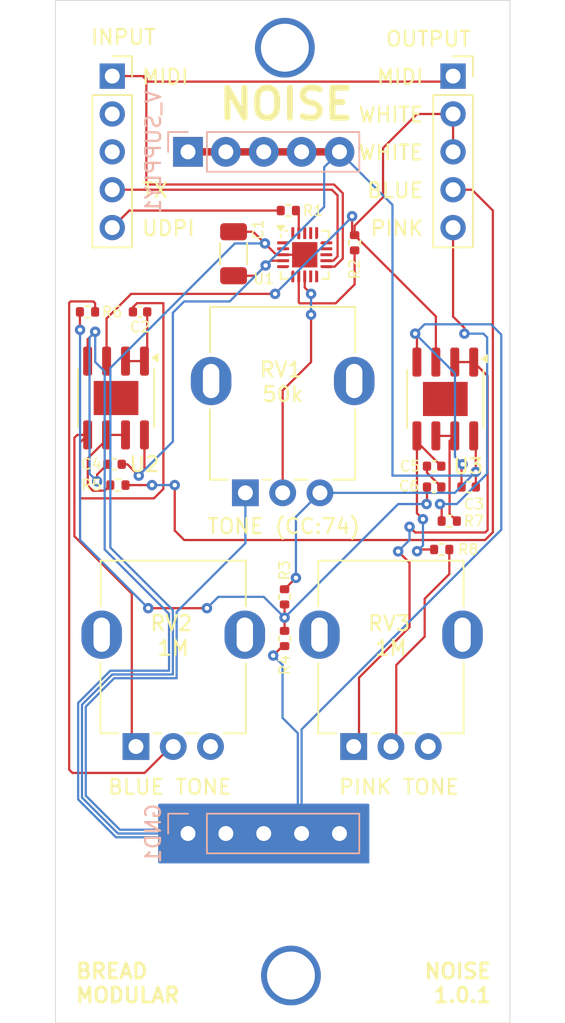
<source format=kicad_pcb>
(kicad_pcb (version 20240108) (generator "pcbnew") (generator_version "8.0")
  (layers (0 "F.Cu" signal) (31 "B.Cu" signal) (34 "B.Paste" user) (35 "F.Paste" user) (36 "B.SilkS" user "B.Silkscreen") (37 "F.SilkS" user "F.Silkscreen") (38 "B.Mask" user) (39 "F.Mask" user) (44 "Edge.Cuts" user))
  (net 0 "")
  (net 1 "GND")
  (net 3 "Net-(U2B-+)")
  (net 4 "Net-(U2A--)")
  (net 6 "Net-(U3B-+)")
  (net 7 "Net-(C5-Pad1)")
  (net 8 "V_MID")
  (net 9 "TX")
  (net 10 "MIDI")
  (net 11 "UDPI")
  (net 12 "V_SUPPLY")
  (net 13 "BLUE_NOISE")
  (net 14 "WHITE_NOISE")
  (net 15 "PINK_NOISE")
  (net 16 "Net-(U1-~{RESET}{slash}PA0)")
  (net 17 "Net-(U1-PA6)")
  (net 18 "Net-(U2B--)")
  (net 19 "Net-(R6-Pad1)")
  (net 20 "Net-(U3B--)")
  (net 21 "Net-(R8-Pad1)")
  (net 22 "Net-(U1-PA7)")
  (net 24 "Net-(U3A--)")
  (footprint "BreadModular_Pots:Potentiometer_RV09" (layer "F.Cu") (at 62.357 66.678)
    (property "Reference" "RV1" (at -0.254 -1.27 0) (layer "F.SilkS"))
    (property "Value" "50k" (at -0.127 0.381 0) (layer "F.SilkS"))
    (pad "" thru_hole oval (at -4.927 -0.508 180) (size 2.72 3.24) (drill oval 1.1 2.3) (layers "*.Cu" "*.Mask"))
    (pad "" thru_hole oval (at 4.673 -0.508 180) (size 2.72 3.24) (drill oval 1.1 2.3) (layers "*.Cu" "*.Mask"))
    (pad "1" thru_hole rect (at -2.627 6.992 180) (size 1.8 1.8) (drill 1) (layers "*.Cu" "*.Mask") (net 1 "GND"))
    (pad "2" thru_hole circle (at -0.127 6.992 180) (size 1.8 1.8) (drill 1) (layers "*.Cu" "*.Mask") (net 22 "Net-(U1-PA7)"))
    (pad "3" thru_hole circle (at 2.373 6.992 180) (size 1.8 1.8) (drill 1) (layers "*.Cu" "*.Mask") (net 12 "V_SUPPLY"))
  )
  (footprint "BreadModular_Pots:Potentiometer_RV09" (layer "F.Cu") (at 69.622 83.693)
    (property "Reference" "RV3" (at -0.254 -1.27 0) (layer "F.SilkS"))
    (property "Value" "1M" (at -0.127 0.381 0) (layer "F.SilkS"))
    (pad "" thru_hole oval (at -4.927 -0.508 180) (size 2.72 3.24) (drill oval 1.1 2.3) (layers "*.Cu" "*.Mask"))
    (pad "" thru_hole oval (at 4.673 -0.508 180) (size 2.72 3.24) (drill oval 1.1 2.3) (layers "*.Cu" "*.Mask"))
    (pad "1" thru_hole rect (at -2.627 6.992 180) (size 1.8 1.8) (drill 1) (layers "*.Cu" "*.Mask") (net 24 "Net-(U3A--)"))
    (pad "2" thru_hole circle (at -0.127 6.992 180) (size 1.8 1.8) (drill 1) (layers "*.Cu" "*.Mask") (net 21 "Net-(R8-Pad1)"))
    (pad "3" thru_hole circle (at 2.373 6.992 180) (size 1.8 1.8) (drill 1) (layers "*.Cu" "*.Mask"))
  )
  (footprint "Resistor_SMD:R_0402_1005Metric" (layer "F.Cu") (at 73.404 75.565 180)
    (property "Reference" "R7" (at -1.651 0 0) (layer "F.SilkS") (effects (font (size 0.7 0.7) (thickness 0.1))))
    (property "Value" "1k")
    (pad "1" smd roundrect (at -0.51 0 180) (size 0.54 0.64) (layers "F.Cu" "F.Paste" "F.Mask") (net 20 "Net-(U3B--)"))
    (pad "2" smd roundrect (at 0.51 0 180) (size 0.54 0.64) (layers "F.Cu" "F.Paste" "F.Mask") (net 15 "PINK_NOISE"))
  )
  (footprint "Capacitor_SMD:C_0402_1005Metric" (layer "F.Cu") (at 72.39 73.279)
    (property "Reference" "C6" (at -1.679 -0.065 0) (layer "F.SilkS") (effects (font (size 0.7 0.7) (thickness 0.1))))
    (property "Value" "10nf")
    (pad "1" smd roundrect (at -0.48 0) (size 0.56 0.62) (layers "F.Cu" "F.Paste" "F.Mask") (net 8 "V_MID"))
    (pad "2" smd roundrect (at 0.48 0) (size 0.56 0.62) (layers "F.Cu" "F.Paste" "F.Mask") (net 7 "Net-(C5-Pad1)"))
  )
  (footprint "Package_SO:SOIC-8-1EP_3.9x4.9mm_P1.27mm_EP2.29x3mm" (layer "F.Cu") (at 51.054 67.31 -90)
    (property "Reference" "U2" (at 4.445 -1.905 0) (layer "F.SilkS"))
    (property "Value" "MCP6002-xSN")
    (pad "1" smd roundrect (at -2.475 -1.905 270) (size 1.95 0.6) (layers "F.Cu" "F.Paste" "F.Mask") (net 4 "Net-(U2A--)"))
    (pad "2" smd roundrect (at -2.475 -0.635 270) (size 1.95 0.6) (layers "F.Cu" "F.Paste" "F.Mask") (net 4 "Net-(U2A--)"))
    (pad "3" smd roundrect (at -2.475 0.635 270) (size 1.95 0.6) (layers "F.Cu" "F.Paste" "F.Mask") (net 14 "WHITE_NOISE"))
    (pad "4" smd roundrect (at -2.475 1.905 270) (size 1.95 0.6) (layers "F.Cu" "F.Paste" "F.Mask") (net 1 "GND"))
    (pad "5" smd roundrect (at 2.475 1.905 270) (size 1.95 0.6) (layers "F.Cu" "F.Paste" "F.Mask") (net 3 "Net-(U2B-+)"))
    (pad "6" smd roundrect (at 2.475 0.635 270) (size 1.95 0.6) (layers "F.Cu" "F.Paste" "F.Mask") (net 18 "Net-(U2B--)"))
    (pad "7" smd roundrect (at 2.475 -0.635 270) (size 1.95 0.6) (layers "F.Cu" "F.Paste" "F.Mask") (net 18 "Net-(U2B--)"))
    (pad "8" smd roundrect (at 2.475 -1.905 270) (size 1.95 0.6) (layers "F.Cu" "F.Paste" "F.Mask") (net 12 "V_SUPPLY"))
    (pad "9" smd rect (at 0 0 270) (size 2.29 3) (property pad_prop_heatsink) (layers "F.Cu" "F.Mask"))
  )
  (footprint "Resistor_SMD:R_0402_1005Metric" (layer "F.Cu") (at 62.609 54.737 180)
    (property "Reference" "R1" (at -1.653 0 0) (layer "F.SilkS") (effects (font (size 0.7 0.7) (thickness 0.1))))
    (property "Value" "4.7k")
    (pad "1" smd roundrect (at -0.51 0 180) (size 0.54 0.64) (layers "F.Cu" "F.Paste" "F.Mask") (net 16 "Net-(U1-~{RESET}{slash}PA0)"))
    (pad "2" smd roundrect (at 0.51 0 180) (size 0.54 0.64) (layers "F.Cu" "F.Paste" "F.Mask") (net 11 "UDPI"))
  )
  (footprint "Capacitor_SMD:C_0402_1005Metric" (layer "F.Cu") (at 74.704 73.279)
    (property "Reference" "C3" (at 0.353 1.143 0) (layer "F.SilkS") (effects (font (size 0.7 0.7) (thickness 0.1))))
    (property "Value" "100nf")
    (pad "1" smd roundrect (at -0.48 0) (size 0.56 0.62) (layers "F.Cu" "F.Paste" "F.Mask") (net 1 "GND"))
    (pad "2" smd roundrect (at 0.48 0) (size 0.56 0.62) (layers "F.Cu" "F.Paste" "F.Mask") (net 12 "V_SUPPLY"))
  )
  (footprint "Capacitor_SMD:C_0402_1005Metric" (layer "F.Cu") (at 72.39 71.882)
    (property "Reference" "C5" (at -1.623 0 0) (layer "F.SilkS") (effects (font (size 0.7 0.7) (thickness 0.1))))
    (property "Value" "10nf")
    (pad "1" smd roundrect (at -0.48 0) (size 0.56 0.62) (layers "F.Cu" "F.Paste" "F.Mask") (net 7 "Net-(C5-Pad1)"))
    (pad "2" smd roundrect (at 0.48 0) (size 0.56 0.62) (layers "F.Cu" "F.Paste" "F.Mask") (net 6 "Net-(U3B-+)"))
  )
  (footprint "Connector_PinSocket_2.54mm:PinSocket_1x05_P2.54mm_Vertical" (layer "F.Cu") (at 50.8 45.72)
    (property "Reference" "INPUT1")
    (property "Value" "Conn_01x05_Socket")
    (pad "1" thru_hole rect (at 0 0) (size 1.7 1.7) (drill 1) (layers "*.Cu" "*.Mask") (net 10 "MIDI"))
    (pad "2" thru_hole oval (at 0 2.54) (size 1.7 1.7) (drill 1) (layers "*.Cu" "*.Mask"))
    (pad "3" thru_hole oval (at 0 5.08) (size 1.7 1.7) (drill 1) (layers "*.Cu" "*.Mask"))
    (pad "4" thru_hole oval (at 0 7.62) (size 1.7 1.7) (drill 1) (layers "*.Cu" "*.Mask") (net 9 "TX"))
    (pad "5" thru_hole oval (at 0 10.16) (size 1.7 1.7) (drill 1) (layers "*.Cu" "*.Mask") (net 11 "UDPI"))
  )
  (footprint "Package_DFN_QFN:VQFN-20-1EP_3x3mm_P0.4mm_EP1.7x1.7mm" (layer "F.Cu") (at 63.71 57.702)
    (property "Reference" "U1" (at -2.75 1.607 0) (layer "F.SilkS") (effects (font (size 0.7 0.7) (thickness 0.1))))
    (property "Value" "ATtiny1616-M")
    (pad "1" smd custom (at -1.45 -0.8) (size 0.143431 0.143431) (layers "F.Cu" "F.Paste" "F.Mask") (options (clearance outline) (anchor circle)) (primitives (gr_poly (pts (xy -0.35 -0.05) (xy 0.299289 -0.05) (xy 0.35 0.000711) (xy 0.35 0.05) (xy -0.35 0.05)) (width 0.1) (fill yes))))
    (pad "2" smd roundrect (at -1.45 -0.4) (size 0.8 0.2) (layers "F.Cu" "F.Paste" "F.Mask"))
    (pad "3" smd roundrect (at -1.45 0) (size 0.8 0.2) (layers "F.Cu" "F.Paste" "F.Mask") (net 1 "GND"))
    (pad "4" smd roundrect (at -1.45 0.4) (size 0.8 0.2) (layers "F.Cu" "F.Paste" "F.Mask") (net 12 "V_SUPPLY"))
    (pad "5" smd custom (at -1.45 0.8) (size 0.143431 0.143431) (layers "F.Cu" "F.Paste" "F.Mask") (options (clearance outline) (anchor circle)) (primitives (gr_poly (pts (xy -0.35 -0.05) (xy 0.35 -0.05) (xy 0.35 -0.000711) (xy 0.299289 0.05) (xy -0.35 0.05)) (width 0.1) (fill yes))))
    (pad "6" smd custom (at -0.8 1.45) (size 0.143431 0.143431) (layers "F.Cu" "F.Paste" "F.Mask") (options (clearance outline) (anchor circle)) (primitives (gr_poly (pts (xy -0.05 -0.299289) (xy 0.000711 -0.35) (xy 0.05 -0.35) (xy 0.05 0.35) (xy -0.05 0.35)) (width 0.1) (fill yes))))
    (pad "7" smd roundrect (at -0.4 1.45) (size 0.2 0.8) (layers "F.Cu" "F.Paste" "F.Mask") (net 17 "Net-(U1-PA6)"))
    (pad "8" smd roundrect (at 0 1.45) (size 0.2 0.8) (layers "F.Cu" "F.Paste" "F.Mask") (net 22 "Net-(U1-PA7)"))
    (pad "9" smd roundrect (at 0.4 1.45) (size 0.2 0.8) (layers "F.Cu" "F.Paste" "F.Mask"))
    (pad "10" smd custom (at 0.8 1.45) (size 0.143431 0.143431) (layers "F.Cu" "F.Paste" "F.Mask") (options (clearance outline) (anchor circle)) (primitives (gr_poly (pts (xy -0.05 -0.35) (xy -0.000711 -0.35) (xy 0.05 -0.299289) (xy 0.05 0.35) (xy -0.05 0.35)) (width 0.1) (fill yes))))
    (pad "11" smd custom (at 1.45 0.8) (size 0.143431 0.143431) (layers "F.Cu" "F.Paste" "F.Mask") (net 10 "MIDI") (options (clearance outline) (anchor circle)) (primitives (gr_poly (pts (xy -0.35 -0.05) (xy 0.35 -0.05) (xy 0.35 0.05) (xy -0.299289 0.05) (xy -0.35 -0.000711)) (width 0.1) (fill yes))))
    (pad "12" smd roundrect (at 1.45 0.4) (size 0.8 0.2) (layers "F.Cu" "F.Paste" "F.Mask") (net 9 "TX"))
    (pad "13" smd roundrect (at 1.45 0) (size 0.8 0.2) (layers "F.Cu" "F.Paste" "F.Mask"))
    (pad "14" smd roundrect (at 1.45 -0.4) (size 0.8 0.2) (layers "F.Cu" "F.Paste" "F.Mask"))
    (pad "15" smd custom (at 1.45 -0.8) (size 0.143431 0.143431) (layers "F.Cu" "F.Paste" "F.Mask") (options (clearance outline) (anchor circle)) (primitives (gr_poly (pts (xy -0.35 0.000711) (xy -0.299289 -0.05) (xy 0.35 -0.05) (xy 0.35 0.05) (xy -0.35 0.05)) (width 0.1) (fill yes))))
    (pad "16" smd custom (at 0.8 -1.45) (size 0.143431 0.143431) (layers "F.Cu" "F.Paste" "F.Mask") (options (clearance outline) (anchor circle)) (primitives (gr_poly (pts (xy -0.05 -0.35) (xy 0.05 -0.35) (xy 0.05 0.299289) (xy -0.000711 0.35) (xy -0.05 0.35)) (width 0.1) (fill yes))))
    (pad "17" smd roundrect (at 0.4 -1.45) (size 0.2 0.8) (layers "F.Cu" "F.Paste" "F.Mask"))
    (pad "18" smd roundrect (at 0 -1.45) (size 0.2 0.8) (layers "F.Cu" "F.Paste" "F.Mask"))
    (pad "19" smd roundrect (at -0.4 -1.45) (size 0.2 0.8) (layers "F.Cu" "F.Paste" "F.Mask") (net 16 "Net-(U1-~{RESET}{slash}PA0)"))
    (pad "20" smd custom (at -0.8 -1.45) (size 0.143431 0.143431) (layers "F.Cu" "F.Paste" "F.Mask") (options (clearance outline) (anchor circle)) (primitives (gr_poly (pts (xy -0.05 -0.35) (xy 0.05 -0.35) (xy 0.05 0.35) (xy 0.000711 0.35) (xy -0.05 0.299289)) (width 0.1) (fill yes))))
    (pad "21" smd rect (at 0 0) (size 1.7 1.7) (property pad_prop_heatsink) (layers "F.Cu" "F.Mask") (net 1 "GND"))
  )
  (footprint "Capacitor_SMD:C_0402_1005Metric" (layer "F.Cu") (at 52.665 61.533 180)
    (property "Reference" "C2" (at 0 -1.016 0) (layer "F.SilkS") (effects (font (size 0.7 0.7) (thickness 0.1))))
    (property "Value" "100pf")
    (pad "1" smd roundrect (at -0.48 0 180) (size 0.56 0.62) (layers "F.Cu" "F.Paste" "F.Mask") (net 4 "Net-(U2A--)"))
    (pad "2" smd roundrect (at 0.48 0 180) (size 0.56 0.62) (layers "F.Cu" "F.Paste" "F.Mask") (net 3 "Net-(U2B-+)"))
  )
  (footprint "Resistor_SMD:R_0402_1005Metric" (layer "F.Cu") (at 62.357 83.439 -90)
    (property "Reference" "R4" (at 1.778 0 90) (layer "F.SilkS") (effects (font (size 0.7 0.7) (thickness 0.1))))
    (property "Value" "1k")
    (pad "1" smd roundrect (at -0.51 0 270) (size 0.54 0.64) (layers "F.Cu" "F.Paste" "F.Mask") (net 8 "V_MID"))
    (pad "2" smd roundrect (at 0.51 0 270) (size 0.54 0.64) (layers "F.Cu" "F.Paste" "F.Mask") (net 1 "GND"))
  )
  (footprint "Resistor_SMD:R_0402_1005Metric" (layer "F.Cu") (at 49.139 61.533 180)
    (property "Reference" "R6" (at -1.649 0 0) (layer "F.SilkS") (effects (font (size 0.7 0.7) (thickness 0.1))))
    (property "Value" "330")
    (pad "1" smd roundrect (at -0.51 0 180) (size 0.54 0.64) (layers "F.Cu" "F.Paste" "F.Mask") (net 19 "Net-(R6-Pad1)"))
    (pad "2" smd roundrect (at 0.51 0 180) (size 0.54 0.64) (layers "F.Cu" "F.Paste" "F.Mask") (net 8 "V_MID"))
  )
  (footprint "Capacitor_SMD:C_1206_3216Metric" (layer "F.Cu") (at 58.937 57.634 -90)
    (property "Reference" "C1" (at -1.627 -1.642 90) (layer "F.SilkS") (effects (font (size 0.7 0.7) (thickness 0.1))))
    (property "Value" "100uf")
    (pad "1" smd roundrect (at -1.475 0 270) (size 1.15 1.8) (layers "F.Cu" "F.Paste" "F.Mask") (roundrect_rratio 0.217391) (net 1 "GND"))
    (pad "2" smd roundrect (at 1.475 0 270) (size 1.15 1.8) (layers "F.Cu" "F.Paste" "F.Mask") (roundrect_rratio 0.217391) (net 12 "V_SUPPLY"))
  )
  (footprint "Resistor_SMD:R_0402_1005Metric" (layer "F.Cu") (at 72.898 77.47 180)
    (property "Reference" "R8" (at -1.778 0 0) (layer "F.SilkS") (effects (font (size 0.7 0.7) (thickness 0.1))))
    (property "Value" "22k")
    (pad "1" smd roundrect (at -0.51 0 180) (size 0.54 0.64) (layers "F.Cu" "F.Paste" "F.Mask") (net 21 "Net-(R8-Pad1)"))
    (pad "2" smd roundrect (at 0.51 0 180) (size 0.54 0.64) (layers "F.Cu" "F.Paste" "F.Mask") (net 6 "Net-(U3B-+)"))
  )
  (footprint "Capacitor_SMD:C_0402_1005Metric" (layer "F.Cu") (at 50.955 71.755)
    (property "Reference" "C4" (at -1.552 0 0) (layer "F.SilkS") (effects (font (size 0.7 0.7) (thickness 0.1))))
    (property "Value" "100nf")
    (pad "1" smd roundrect (at -0.48 0) (size 0.56 0.62) (layers "F.Cu" "F.Paste" "F.Mask") (net 1 "GND"))
    (pad "2" smd roundrect (at 0.48 0) (size 0.56 0.62) (layers "F.Cu" "F.Paste" "F.Mask") (net 12 "V_SUPPLY"))
  )
  (footprint "Package_SO:SOIC-8-1EP_3.9x4.9mm_P1.27mm_EP2.29x3mm" (layer "F.Cu") (at 73.14 67.375 -90)
    (property "Reference" "U3" (at 4.507 -1.536 0) (layer "F.SilkS"))
    (property "Value" "MCP6002-xSN")
    (pad "1" smd roundrect (at -2.475 -1.905 270) (size 1.95 0.6) (layers "F.Cu" "F.Paste" "F.Mask") (net 24 "Net-(U3A--)"))
    (pad "2" smd roundrect (at -2.475 -0.635 270) (size 1.95 0.6) (layers "F.Cu" "F.Paste" "F.Mask") (net 24 "Net-(U3A--)"))
    (pad "3" smd roundrect (at -2.475 0.635 270) (size 1.95 0.6) (layers "F.Cu" "F.Paste" "F.Mask") (net 14 "WHITE_NOISE"))
    (pad "4" smd roundrect (at -2.475 1.905 270) (size 1.95 0.6) (layers "F.Cu" "F.Paste" "F.Mask") (net 1 "GND"))
    (pad "5" smd roundrect (at 2.475 1.905 270) (size 1.95 0.6) (layers "F.Cu" "F.Paste" "F.Mask") (net 6 "Net-(U3B-+)"))
    (pad "6" smd roundrect (at 2.475 0.635 270) (size 1.95 0.6) (layers "F.Cu" "F.Paste" "F.Mask") (net 20 "Net-(U3B--)"))
    (pad "7" smd roundrect (at 2.475 -0.635 270) (size 1.95 0.6) (layers "F.Cu" "F.Paste" "F.Mask") (net 20 "Net-(U3B--)"))
    (pad "8" smd roundrect (at 2.475 -1.905 270) (size 1.95 0.6) (layers "F.Cu" "F.Paste" "F.Mask") (net 12 "V_SUPPLY"))
    (pad "9" smd rect (at 0 0 270) (size 2.29 3) (property pad_prop_heatsink) (layers "F.Cu" "F.Mask"))
  )
  (footprint "Resistor_SMD:R_0402_1005Metric" (layer "F.Cu") (at 51.179 73.152)
    (property "Reference" "R5" (at -1.776 0 0) (layer "F.SilkS") (effects (font (size 0.7 0.7) (thickness 0.1))))
    (property "Value" "1k")
    (pad "1" smd roundrect (at -0.51 0) (size 0.54 0.64) (layers "F.Cu" "F.Paste" "F.Mask") (net 18 "Net-(U2B--)"))
    (pad "2" smd roundrect (at 0.51 0) (size 0.54 0.64) (layers "F.Cu" "F.Paste" "F.Mask") (net 13 "BLUE_NOISE"))
  )
  (footprint "Resistor_SMD:R_0402_1005Metric" (layer "F.Cu") (at 67.056 56.898 90)
    (property "Reference" "R2" (at -1.778 0 90) (layer "F.SilkS") (effects (font (size 0.7 0.7) (thickness 0.1))))
    (property "Value" "1k")
    (pad "1" smd roundrect (at -0.51 0 90) (size 0.54 0.64) (layers "F.Cu" "F.Paste" "F.Mask") (net 17 "Net-(U1-PA6)"))
    (pad "2" smd roundrect (at 0.51 0 90) (size 0.54 0.64) (layers "F.Cu" "F.Paste" "F.Mask") (net 14 "WHITE_NOISE"))
  )
  (footprint "Resistor_SMD:R_0402_1005Metric" (layer "F.Cu") (at 62.357 80.647 -90)
    (property "Reference" "R3" (at -1.78 0 90) (layer "F.SilkS") (effects (font (size 0.7 0.7) (thickness 0.1))))
    (property "Value" "1k")
    (pad "1" smd roundrect (at -0.51 0 270) (size 0.54 0.64) (layers "F.Cu" "F.Paste" "F.Mask") (net 12 "V_SUPPLY"))
    (pad "2" smd roundrect (at 0.51 0 270) (size 0.54 0.64) (layers "F.Cu" "F.Paste" "F.Mask") (net 8 "V_MID"))
  )
  (footprint "Connector_PinSocket_2.54mm:PinSocket_1x05_P2.54mm_Vertical" (layer "F.Cu") (at 73.66 45.72)
    (property "Reference" "OUTPUT1")
    (property "Value" "Conn_01x05_Socket")
    (pad "1" thru_hole rect (at 0 0) (size 1.7 1.7) (drill 1) (layers "*.Cu" "*.Mask") (net 10 "MIDI"))
    (pad "2" thru_hole oval (at 0 2.54) (size 1.7 1.7) (drill 1) (layers "*.Cu" "*.Mask") (net 14 "WHITE_NOISE"))
    (pad "3" thru_hole oval (at 0 5.08) (size 1.7 1.7) (drill 1) (layers "*.Cu" "*.Mask") (net 14 "WHITE_NOISE"))
    (pad "4" thru_hole oval (at 0 7.62) (size 1.7 1.7) (drill 1) (layers "*.Cu" "*.Mask") (net 13 "BLUE_NOISE"))
    (pad "5" thru_hole oval (at 0 10.16) (size 1.7 1.7) (drill 1) (layers "*.Cu" "*.Mask") (net 15 "PINK_NOISE"))
  )
  (footprint "BreadModular_Pots:Potentiometer_RV09" (layer "F.Cu") (at 55.017 83.693)
    (property "Reference" "RV2" (at -0.254 -1.27 0) (layer "F.SilkS"))
    (property "Value" "1M" (at -0.127 0.381 0) (layer "F.SilkS"))
    (pad "" thru_hole oval (at -4.927 -0.508 180) (size 2.72 3.24) (drill oval 1.1 2.3) (layers "*.Cu" "*.Mask"))
    (pad "" thru_hole oval (at 4.673 -0.508 180) (size 2.72 3.24) (drill oval 1.1 2.3) (layers "*.Cu" "*.Mask"))
    (pad "1" thru_hole rect (at -2.627 6.992 180) (size 1.8 1.8) (drill 1) (layers "*.Cu" "*.Mask") (net 3 "Net-(U2B-+)"))
    (pad "2" thru_hole circle (at -0.127 6.992 180) (size 1.8 1.8) (drill 1) (layers "*.Cu" "*.Mask") (net 19 "Net-(R6-Pad1)"))
    (pad "3" thru_hole circle (at 2.373 6.992 180) (size 1.8 1.8) (drill 1) (layers "*.Cu" "*.Mask"))
  )
  (footprint "BreadModular_MISC:Power_Connector" (layer "B.Cu") (at 55.88 50.8 -90)
    (property "Reference" "V_SUPPLY1" (at 0 2.33 90) (layer "B.SilkS") (effects (justify mirror)))
    (property "Value" "Conn_01x05_Pin")
    (pad "1" thru_hole rect (at 0 0 270) (size 2 2) (drill 1) (layers "*.Cu" "*.Mask") (net 12 "V_SUPPLY"))
    (pad "2" thru_hole oval (at 0 -2.54 270) (size 2 2) (drill 1) (layers "*.Cu" "*.Mask") (net 12 "V_SUPPLY"))
    (pad "3" thru_hole oval (at 0 -5.08 270) (size 2 2) (drill 1) (layers "*.Cu" "*.Mask") (net 12 "V_SUPPLY"))
    (pad "4" thru_hole oval (at 0 -7.62 270) (size 2 2) (drill 1) (layers "*.Cu" "*.Mask") (net 12 "V_SUPPLY"))
    (pad "5" thru_hole oval (at 0 -10.16 270) (size 2 2) (drill 1) (layers "*.Cu" "*.Mask") (net 12 "V_SUPPLY"))
  )
  (footprint "BreadModular_MISC:Power_Connector" (layer "B.Cu") (at 55.88 96.52 -90)
    (property "Reference" "GND1" (at 0 2.33 90) (layer "B.SilkS") (effects (justify mirror)))
    (property "Value" "Conn_01x05_Pin")
    (pad "1" thru_hole rect (at 0 0 270) (size 2 2) (drill 1) (layers "*.Cu" "*.Mask") (net 1 "GND"))
    (pad "2" thru_hole oval (at 0 -2.54 270) (size 2 2) (drill 1) (layers "*.Cu" "*.Mask") (net 1 "GND"))
    (pad "3" thru_hole oval (at 0 -5.08 270) (size 2 2) (drill 1) (layers "*.Cu" "*.Mask") (net 1 "GND"))
    (pad "4" thru_hole oval (at 0 -7.62 270) (size 2 2) (drill 1) (layers "*.Cu" "*.Mask") (net 1 "GND"))
    (pad "5" thru_hole oval (at 0 -10.16 270) (size 2 2) (drill 1) (layers "*.Cu" "*.Mask") (net 1 "GND"))
  )
  (gr_poly (pts (xy 53.975 94.615) (xy 67.945 94.615) (xy 67.945 98.425) (xy 53.975 98.425)) (stroke (width 0.2)) (fill solid) (layer "B.Cu") (net 1))
  (gr_line (start 46.99 109.22) (end 77.47 109.22) (stroke (width 0.05)) (layer "Edge.Cuts"))
  (gr_line (start 77.47 40.64) (end 46.99 40.64) (stroke (width 0.05)) (layer "Edge.Cuts"))
  (gr_line (start 46.99 40.64) (end 46.99 109.22) (stroke (width 0.05)) (layer "Edge.Cuts"))
  (gr_line (start 77.47 109.22) (end 77.47 40.64) (stroke (width 0.05)) (layer "Edge.Cuts"))
  (gr_text "UDPI" (at 52.705 56.515 0) (layer "F.SilkS") (effects (font (size 1 1)) (justify left bottom)))
  (gr_text "MIDI" (at 52.705 46.355 0) (layer "F.SilkS") (effects (font (size 1 1)) (justify left bottom)))
  (gr_text "INPUT" (at 49.276 43.688 0) (layer "F.SilkS") (effects (font (size 1 1)) (justify left bottom)))
  (gr_text "PINK" (at 71.755 56.515 0) (layer "F.SilkS") (effects (font (size 1 1)) (justify right bottom)))
  (gr_text "NOISE\n1.0.1" (at 76.327 107.95 0) (layer "F.SilkS") (effects (font (size 1 1) (thickness 0.2) (bold yes)) (justify right bottom)))
  (gr_text "WHITE" (at 71.755 51.435 0) (layer "F.SilkS") (effects (font (size 1 1)) (justify right bottom)))
  (gr_text "NOISE" (at 57.785 48.768 0) (layer "F.SilkS") (effects (font (size 2 2) (thickness 0.4) (bold yes)) (justify left bottom)))
  (gr_text "WHITE" (at 71.755 48.895 0) (layer "F.SilkS") (effects (font (size 1 1)) (justify right bottom)))
  (gr_text "TONE (CC:74)" (at 62.3 76.5 0) (layer "F.SilkS") (effects (font (size 1 1)) (justify bottom)))
  (gr_text "BLUE" (at 71.755 53.975 0) (layer "F.SilkS") (effects (font (size 1 1)) (justify right bottom)))
  (gr_text "TX" (at 52.705 53.975 0) (layer "F.SilkS") (effects (font (size 1 1)) (justify left bottom)))
  (gr_text "MIDI" (at 71.755 46.355 0) (layer "F.SilkS") (effects (font (size 1 1)) (justify right bottom)))
  (gr_text "OUTPUT" (at 74.93 43.815 0) (layer "F.SilkS") (effects (font (size 1 1)) (justify right bottom)))
  (gr_text "PINK TONE" (at 65.913 93.98 0) (layer "F.SilkS") (effects (font (size 1 1)) (justify left bottom)))
  (gr_text "BREAD\nMODULAR" (at 48.26 107.95 0) (layer "F.SilkS") (effects (font (size 1 1) (thickness 0.2) (bold yes)) (justify left bottom)))
  (gr_text "BLUE TONE" (at 50.419 93.98 0) (layer "F.SilkS") (effects (font (size 1 1)) (justify left bottom)))
  (via (at 62.37758 43.815) (size 4) (drill 3.2) (layers "F.Cu" "B.Cu") (net 0))
  (via (at 62.784908 106.045) (size 4) (drill 3.2) (layers "F.Cu" "B.Cu") (net 0))
  (via (at 62.37758 43.815) (size 4) (drill 3.2) (layers "F.Cu" "B.Cu") (net 0))
  (via (at 62.784908 106.045) (size 4) (drill 3.2) (layers "F.Cu" "B.Cu") (net 0))
  (via (at 62.784908 106.045) (size 4) (drill 3.2) (layers "F.Cu" "B.Cu") (net 0))
  (via (at 62.784908 106.045) (size 4) (drill 3.2) (layers "F.Cu" "B.Cu") (net 0))
  (via (at 62.37758 43.815) (size 4) (drill 3.2) (layers "F.Cu" "B.Cu") (net 0))
  (via (at 62.37758 43.815) (size 4) (drill 3.2) (layers "F.Cu" "B.Cu") (net 0))
  (segment (start 63.71 57.702) (end 62.26 57.702) (width 0.15) (layer "F.Cu") (net 1))
  (segment (start 71.12 62.992) (end 71.235 63.107) (width 0.15) (layer "F.Cu") (net 1))
  (segment (start 55.88 96.52) (end 66.04 96.52) (width 0.5) (layer "F.Cu") (net 1))
  (segment (start 62.26 57.702) (end 61.798994 57.702) (width 0.15) (layer "F.Cu") (net 1))
  (segment (start 61.798994 57.702) (end 61.039997 56.943003) (width 0.15) (layer "F.Cu") (net 1))
  (segment (start 49.149 63.373) (end 49.149 64.835) (width 0.15) (layer "F.Cu") (net 1))
  (segment (start 74.224 71.826) (end 74.224 73.279) (width 0.15) (layer "F.Cu") (net 1))
  (segment (start 61.039997 56.943003) (end 60.255994 56.159) (width 0.15) (layer "F.Cu") (net 1))
  (segment (start 60.255994 56.159) (end 58.937 56.159) (width 0.15) (layer "F.Cu") (net 1))
  (segment (start 74.295 71.755) (end 74.224 71.826) (width 0.15) (layer "F.Cu") (net 1))
  (segment (start 49.784 72.898) (end 49.784 72.446) (width 0.15) (layer "F.Cu") (net 1))
  (segment (start 62.357 83.949) (end 62.228 83.949) (width 0.15) (layer "F.Cu") (net 1))
  (segment (start 49.784 72.446) (end 50.475 71.755) (width 0.15) (layer "F.Cu") (net 1))
  (segment (start 71.235 63.107) (end 71.235 64.9) (width 0.15) (layer "F.Cu") (net 1))
  (segment (start 62.228 83.949) (end 61.595 84.582) (width 0.15) (layer "F.Cu") (net 1))
  (segment (start 49.657 62.865) (end 49.149 63.373) (width 0.15) (layer "F.Cu") (net 1))
  (via (at 61.039997 56.943003) (size 0.7) (drill 0.3) (layers "F.Cu" "B.Cu") (net 1))
  (via (at 74.295 71.755) (size 0.7) (drill 0.3) (layers "F.Cu" "B.Cu") (net 1))
  (via (at 49.657 62.865) (size 0.7) (drill 0.3) (layers "F.Cu" "B.Cu") (net 1))
  (via (at 49.784 72.898) (size 0.7) (drill 0.3) (layers "F.Cu" "B.Cu") (net 1))
  (via (at 71.12 62.992) (size 0.7) (drill 0.3) (layers "F.Cu" "B.Cu") (net 1))
  (via (at 61.595 84.582) (size 0.7) (drill 0.3) (layers "F.Cu" "B.Cu") (net 1))
  (segment (start 54.61 85.598) (end 50.673 85.598) (width 0.15) (layer "B.Cu") (net 1))
  (segment (start 76.203 62.367) (end 76.895 63.059) (width 0.15) (layer "B.Cu") (net 1))
  (segment (start 62.223 85.21) (end 62.223 88.766) (width 0.15) (layer "B.Cu") (net 1))
  (segment (start 49.657 62.865) (end 49.657 64.897) (width 0.15) (layer "B.Cu") (net 1))
  (segment (start 50.673 65.291025) (end 50.673 77.343) (width 0.15) (layer "B.Cu") (net 1))
  (segment (start 63.246 89.789) (end 63.246 96.52) (width 0.15) (layer "B.Cu") (net 1))
  (segment (start 55.118 81.661) (end 55.118 86.106) (width 0.15) (layer "B.Cu") (net 1))
  (segment (start 50.673 85.598) (end 48.514 87.757) (width 0.15) (layer "B.Cu") (net 1))
  (segment (start 63.246 96.52) (end 60.96 96.52) (width 0.15) (layer "B.Cu") (net 1))
  (segment (start 51.054 96.774) (end 55.626 96.774) (width 0.15) (layer "B.Cu") (net 1))
  (segment (start 50.673 77.343) (end 54.864 81.534) (width 0.15) (layer "B.Cu") (net 1))
  (segment (start 49.276 63.246) (end 49.657 62.865) (width 0.15) (layer "B.Cu") (net 1))
  (segment (start 74.295 71.755) (end 73.787 71.247) (width 0.15) (layer "B.Cu") (net 1))
  (segment (start 55.626 96.774) (end 55.88 96.52) (width 0.15) (layer "B.Cu") (net 1))
  (segment (start 54.61 81.788) (end 54.61 85.598) (width 0.15) (layer "B.Cu") (net 1))
  (segment (start 51.308 96.266) (end 55.626 96.266) (width 0.15) (layer "B.Cu") (net 1))
  (segment (start 61.039997 56.943003) (end 59.021022 56.943003) (width 0.15) (layer "B.Cu") (net 1))
  (segment (start 48.514 87.757) (end 48.514 94.234) (width 0.15) (layer "B.Cu") (net 1))
  (segment (start 76.895 63.059) (end 76.895 76.14) (width 0.15) (layer "B.Cu") (net 1))
  (segment (start 48.768 87.884) (end 48.768 94.107) (width 0.15) (layer "B.Cu") (net 1))
  (segment (start 54.864 85.852) (end 50.8 85.852) (width 0.15) (layer "B.Cu") (net 1))
  (segment (start 73.787 71.247) (end 73.787 65.659) (width 0.15) (layer "B.Cu") (net 1))
  (segment (start 63.5 89.535) (end 63.5 96.52) (width 0.15) (layer "B.Cu") (net 1))
  (segment (start 55.118 86.106) (end 50.927 86.106) (width 0.15) (layer "B.Cu") (net 1))
  (segment (start 71.745 62.367) (end 76.203 62.367) (width 0.15) (layer "B.Cu") (net 1))
  (segment (start 55.626 96.266) (end 55.88 96.52) (width 0.15) (layer "B.Cu") (net 1))
  (segment (start 50.292 65.532) (end 50.292 77.47) (width 0.15) (layer "B.Cu") (net 1))
  (segment (start 62.223 88.766) (end 63.246 89.789) (width 0.15) (layer "B.Cu") (net 1))
  (segment (start 71.12 62.992) (end 71.745 62.367) (width 0.15) (layer "B.Cu") (net 1))
  (segment (start 48.514 94.234) (end 51.054 96.774) (width 0.15) (layer "B.Cu") (net 1))
  (segment (start 59.021022 56.943003) (end 50.673 65.291025) (width 0.15) (layer "B.Cu") (net 1))
  (segment (start 49.657 64.897) (end 50.292 65.532) (width 0.15) (layer "B.Cu") (net 1))
  (segment (start 76.895 76.14) (end 63.5 89.535) (width 0.15) (layer "B.Cu") (net 1))
  (segment (start 49.784 72.898) (end 49.276 72.39) (width 0.15) (layer "B.Cu") (net 1))
  (segment (start 49.022 88.011) (end 49.022 93.98) (width 0.15) (layer "B.Cu") (net 1))
  (segment (start 59.73 77.049) (end 55.118 81.661) (width 0.15) (layer "B.Cu") (net 1))
  (segment (start 73.787 65.659) (end 71.12 62.992) (width 0.15) (layer "B.Cu") (net 1))
  (segment (start 49.276 72.39) (end 49.276 63.246) (width 0.15) (layer "B.Cu") (net 1))
  (segment (start 61.595 84.582) (end 62.223 85.21) (width 0.15) (layer "B.Cu") (net 1))
  (segment (start 49.022 93.98) (end 51.308 96.266) (width 0.15) (layer "B.Cu") (net 1))
  (segment (start 59.73 73.67) (end 59.73 77.049) (width 0.15) (layer "B.Cu") (net 1))
  (segment (start 54.864 81.534) (end 54.864 85.852) (width 0.15) (layer "B.Cu") (net 1))
  (segment (start 50.8 85.852) (end 48.768 87.884) (width 0.15) (layer "B.Cu") (net 1))
  (segment (start 51.181 96.52) (end 55.88 96.52) (width 0.15) (layer "B.Cu") (net 1))
  (segment (start 50.927 86.106) (end 49.022 88.011) (width 0.15) (layer "B.Cu") (net 1))
  (segment (start 50.292 77.47) (end 54.61 81.788) (width 0.15) (layer "B.Cu") (net 1))
  (segment (start 48.768 94.107) (end 51.181 96.52) (width 0.15) (layer "B.Cu") (net 1))
  (segment (start 54.217 60.948) (end 54.229 60.96) (width 0.15) (layer "F.Cu") (net 3))
  (segment (start 48.26 76.581) (end 48.26 69.977) (width 0.15) (layer "F.Cu") (net 3))
  (segment (start 52.460001 60.948) (end 54.217 60.948) (width 0.15) (layer "F.Cu") (net 3))
  (segment (start 52.185 61.223001) (end 52.460001 60.948) (width 0.15) (layer "F.Cu") (net 3))
  (segment (start 48.452 69.785) (end 49.149 69.785) (width 0.15) (layer "F.Cu") (net 3))
  (segment (start 54.229 73.406) (end 53.594 74.041) (width 0.15) (layer "F.Cu") (net 3))
  (segment (start 48.641 74.041) (end 48.641 70.293) (width 0.15) (layer "F.Cu") (net 3))
  (segment (start 53.594 74.041) (end 48.641 74.041) (width 0.15) (layer "F.Cu") (net 3))
  (segment (start 48.26 69.977) (end 48.452 69.785) (width 0.15) (layer "F.Cu") (net 3))
  (segment (start 48.641 70.293) (end 49.149 69.785) (width 0.15) (layer "F.Cu") (net 3))
  (segment (start 52.11 90.815) (end 52.11 80.431) (width 0.15) (layer "F.Cu") (net 3))
  (segment (start 52.11 80.431) (end 48.26 76.581) (width 0.15) (layer "F.Cu") (net 3))
  (segment (start 52.185 61.533) (end 52.185 61.223001) (width 0.15) (layer "F.Cu") (net 3))
  (segment (start 54.229 60.96) (end 54.229 73.406) (width 0.15) (layer "F.Cu") (net 3))
  (segment (start 52.959 64.835) (end 51.689 64.835) (width 0.15) (layer "F.Cu") (net 4))
  (segment (start 53.145 61.533) (end 53.145 64.649) (width 0.15) (layer "F.Cu") (net 4))
  (segment (start 53.145 64.649) (end 52.959 64.835) (width 0.15) (layer "F.Cu") (net 4))
  (segment (start 71.639003 75.438) (end 71.235 75.033997) (width 0.15) (layer "F.Cu") (net 6))
  (segment (start 72.87 71.882) (end 71.235 70.247) (width 0.15) (layer "F.Cu") (net 6))
  (segment (start 71.247 77.587) (end 71.364 77.47) (width 0.15) (layer "F.Cu") (net 6))
  (segment (start 71.235 75.033997) (end 71.235 69.85) (width 0.15) (layer "F.Cu") (net 6))
  (segment (start 71.364 77.47) (end 72.134 77.47) (width 0.15) (layer "F.Cu") (net 6))
  (segment (start 71.235 70.247) (end 71.235 69.85) (width 0.15) (layer "F.Cu") (net 6))
  (via (at 71.639003 75.438) (size 0.7) (drill 0.3) (layers "F.Cu" "B.Cu") (net 6))
  (via (at 71.247 77.587) (size 0.7) (drill 0.3) (layers "F.Cu" "B.Cu") (net 6))
  (segment (start 71.639003 75.438) (end 71.639003 77.194997) (width 0.15) (layer "B.Cu") (net 6))
  (segment (start 71.639003 77.194997) (end 71.247 77.587) (width 0.15) (layer "B.Cu") (net 6))
  (segment (start 71.91 72.319) (end 72.87 73.279) (width 0.15) (layer "F.Cu") (net 7))
  (segment (start 71.91 71.882) (end 71.91 72.319) (width 0.15) (layer "F.Cu") (net 7))
  (segment (start 48.629 62.726) (end 48.641 62.738) (width 0.15) (layer "F.Cu") (net 8))
  (segment (start 62.357 82.042) (end 62.357 82.929) (width 0.15) (layer "F.Cu") (net 8))
  (segment (start 71.91 73.279) (end 71.91 74.394) (width 0.15) (layer "F.Cu") (net 8))
  (segment (start 71.91 74.394) (end 71.882 74.422) (width 0.15) (layer "F.Cu") (net 8))
  (segment (start 57.15 81.407) (end 53.213 81.407) (width 0.15) (layer "F.Cu") (net 8))
  (segment (start 48.629 61.533) (end 48.629 62.726) (width 0.15) (layer "F.Cu") (net 8))
  (segment (start 62.357 81.157) (end 62.357 82.042) (width 0.15) (layer "F.Cu") (net 8))
  (via (at 48.641 62.738) (size 0.7) (drill 0.3) (layers "F.Cu" "B.Cu") (net 8))
  (via (at 71.882 74.422) (size 0.7) (drill 0.3) (layers "F.Cu" "B.Cu") (net 8))
  (via (at 53.213 81.407) (size 0.7) (drill 0.3) (layers "F.Cu" "B.Cu") (net 8))
  (via (at 62.357 82.042) (size 0.7) (drill 0.3) (layers "F.Cu" "B.Cu") (net 8))
  (via (at 57.15 81.407) (size 0.7) (drill 0.3) (layers "F.Cu" "B.Cu") (net 8))
  (segment (start 48.641 76.835) (end 48.641 62.738) (width 0.15) (layer "B.Cu") (net 8))
  (segment (start 60.96 80.645) (end 57.912 80.645) (width 0.15) (layer "B.Cu") (net 8))
  (segment (start 62.357 82.042) (end 60.96 80.645) (width 0.15) (layer "B.Cu") (net 8))
  (segment (start 69.977 74.422) (end 71.882 74.422) (width 0.15) (layer "B.Cu") (net 8))
  (segment (start 53.213 81.407) (end 48.641 76.835) (width 0.15) (layer "B.Cu") (net 8))
  (segment (start 57.912 80.645) (end 57.15 81.407) (width 0.15) (layer "B.Cu") (net 8))
  (segment (start 62.357 82.042) (end 69.977 74.422) (width 0.15) (layer "B.Cu") (net 8))
  (segment (start 50.8 53.34) (end 65.532 53.34) (width 0.15) (layer "F.Cu") (net 9))
  (segment (start 65.621006 58.102) (end 65.16 58.102) (width 0.15) (layer "F.Cu") (net 9))
  (segment (start 65.913 53.721) (end 65.913 57.810006) (width 0.15) (layer "F.Cu") (net 9))
  (segment (start 65.532 53.34) (end 65.913 53.721) (width 0.15) (layer "F.Cu") (net 9))
  (segment (start 65.913 57.810006) (end 65.621006 58.102) (width 0.15) (layer "F.Cu") (net 9))
  (segment (start 50.8 45.72) (end 52.832 45.72) (width 0.15) (layer "F.Cu") (net 10))
  (segment (start 66.263 53.576025) (end 66.263 57.95498) (width 0.15) (layer "F.Cu") (net 10))
  (segment (start 65.71598 58.502) (end 65.16 58.502) (width 0.15) (layer "F.Cu") (net 10))
  (segment (start 73.66 45.72) (end 73.29 46.09) (width 0.15) (layer "F.Cu") (net 10))
  (segment (start 66.263 57.95498) (end 65.71598 58.502) (width 0.15) (layer "F.Cu") (net 10))
  (segment (start 53.086 45.847) (end 53.086 52.99) (width 0.15) (layer "F.Cu") (net 10))
  (segment (start 52.959 45.72) (end 53.086 45.847) (width 0.15) (layer "F.Cu") (net 10))
  (segment (start 65.676975 52.99) (end 66.263 53.576025) (width 0.15) (layer "F.Cu") (net 10))
  (segment (start 53.202 46.09) (end 52.832 45.72) (width 0.15) (layer "F.Cu") (net 10))
  (segment (start 73.29 46.09) (end 53.202 46.09) (width 0.15) (layer "F.Cu") (net 10))
  (segment (start 52.832 45.72) (end 52.959 45.72) (width 0.15) (layer "F.Cu") (net 10))
  (segment (start 53.086 52.99) (end 65.676975 52.99) (width 0.15) (layer "F.Cu") (net 10))
  (segment (start 51.943 54.737) (end 50.8 55.88) (width 0.15) (layer "F.Cu") (net 11))
  (segment (start 62.099 54.737) (end 51.943 54.737) (width 0.15) (layer "F.Cu") (net 11))
  (segment (start 61.405 58.102) (end 61.087 58.42) (width 0.15) (layer "F.Cu") (net 12))
  (segment (start 51.435 71.755) (end 51.816 71.755) (width 0.15) (layer "F.Cu") (net 12))
  (segment (start 62.26 58.102) (end 61.405 58.102) (width 0.15) (layer "F.Cu") (net 12))
  (segment (start 75.184 73.279) (end 75.184 72.263) (width 0.15) (layer "F.Cu") (net 12))
  (segment (start 75.184 72.263) (end 75.184 69.989) (width 0.15) (layer "F.Cu") (net 12))
  (segment (start 52.578 72.517) (end 52.959 72.136) (width 0.15) (layer "F.Cu") (net 12))
  (segment (start 52.959 72.136) (end 52.959 69.785) (width 0.15) (layer "F.Cu") (net 12))
  (segment (start 51.816 71.755) (end 52.578 72.517) (width 0.15) (layer "F.Cu") (net 12))
  (segment (start 61.087 58.42) (end 60.398 59.109) (width 0.15) (layer "F.Cu") (net 12))
  (segment (start 55.88 50.8) (end 66.04 50.8) (width 0.5) (layer "F.Cu") (net 12))
  (segment (start 60.398 59.109) (end 58.937 59.109) (width 0.15) (layer "F.Cu") (net 12))
  (segment (start 62.357 80.137) (end 63.119 79.375) (width 0.15) (layer "F.Cu") (net 12))
  (segment (start 75.184 69.989) (end 75.045 69.85) (width 0.15) (layer "F.Cu") (net 12))
  (via (at 52.578 72.517) (size 0.7) (drill 0.3) (layers "F.Cu" "B.Cu") (net 12))
  (via (at 61.087 58.42) (size 0.7) (drill 0.3) (layers "F.Cu" "B.Cu") (net 12))
  (via (at 75.184 72.263) (size 0.7) (drill 0.3) (layers "F.Cu" "B.Cu") (net 12))
  (via (at 63.119 79.375) (size 0.7) (drill 0.3) (layers "F.Cu" "B.Cu") (net 12))
  (segment (start 63.119 79.375) (end 63.119 75.281) (width 0.15) (layer "B.Cu") (net 12))
  (segment (start 75.184 72.263) (end 74.93 72.517) (width 0.15) (layer "B.Cu") (net 12))
  (segment (start 61.087 58.42) (end 65.014 54.493) (width 0.15) (layer "B.Cu") (net 12))
  (segment (start 58.674 60.833) (end 61.087 58.42) (width 0.15) (layer "B.Cu") (net 12))
  (segment (start 63.119 75.281) (end 64.73 73.67) (width 0.15) (layer "B.Cu") (net 12))
  (segment (start 54.864 70.231) (end 54.864 61.595) (width 0.15) (layer "B.Cu") (net 12))
  (segment (start 64.73 73.67) (end 73.777 73.67) (width 0.15) (layer "B.Cu") (net 12))
  (segment (start 69.596 72.517) (end 69.596 54.356) (width 0.15) (layer "B.Cu") (net 12))
  (segment (start 65.014 54.493) (end 65.014 51.826) (width 0.15) (layer "B.Cu") (net 12))
  (segment (start 52.578 72.517) (end 54.864 70.231) (width 0.15) (layer "B.Cu") (net 12))
  (segment (start 55.626 60.833) (end 58.674 60.833) (width 0.15) (layer "B.Cu") (net 12))
  (segment (start 54.864 61.595) (end 55.626 60.833) (width 0.15) (layer "B.Cu") (net 12))
  (segment (start 65.014 51.826) (end 66.04 50.8) (width 0.15) (layer "B.Cu") (net 12))
  (segment (start 69.596 54.356) (end 66.04 50.8) (width 0.15) (layer "B.Cu") (net 12))
  (segment (start 73.777 73.67) (end 75.184 72.263) (width 0.15) (layer "B.Cu") (net 12))
  (segment (start 74.93 72.517) (end 69.596 72.517) (width 0.15) (layer "B.Cu") (net 12))
  (segment (start 54.991 73.152) (end 54.991 76.2) (width 0.15) (layer "F.Cu") (net 13))
  (segment (start 74.93 53.34) (end 73.66 53.34) (width 0.15) (layer "F.Cu") (net 13))
  (segment (start 55.626 76.835) (end 75.805974 76.835) (width 0.15) (layer "F.Cu") (net 13))
  (segment (start 54.991 76.2) (end 55.626 76.835) (width 0.15) (layer "F.Cu") (net 13))
  (segment (start 76.327 76.313974) (end 76.327 54.737) (width 0.15) (layer "F.Cu") (net 13))
  (segment (start 75.805974 76.835) (end 76.327 76.313974) (width 0.15) (layer "F.Cu") (net 13))
  (segment (start 51.947 73.152) (end 53.467 73.152) (width 0.15) (layer "F.Cu") (net 13))
  (segment (start 76.327 54.737) (end 74.93 53.34) (width 0.15) (layer "F.Cu") (net 13))
  (via (at 53.467 73.152) (size 0.7) (drill 0.3) (layers "F.Cu" "B.Cu") (net 13))
  (via (at 54.991 73.152) (size 0.7) (drill 0.3) (layers "F.Cu" "B.Cu") (net 13))
  (segment (start 53.467 73.152) (end 54.991 73.152) (width 0.15) (layer "B.Cu") (net 13))
  (segment (start 66.888 55.118) (end 66.888 56.22) (width 0.15) (layer "F.Cu") (net 14))
  (segment (start 50.419 64.835) (end 50.419 61.976) (width 0.15) (layer "F.Cu") (net 14))
  (segment (start 67.056 55.753) (end 68.961 53.848) (width 0.15) (layer "F.Cu") (net 14))
  (segment (start 73.66 48.26) (end 71.247 48.26) (width 0.15) (layer "F.Cu") (net 14))
  (segment (start 66.888 56.22) (end 67.056 56.388) (width 0.15) (layer "F.Cu") (net 14))
  (segment (start 52.07 60.325) (end 61.722 60.325) (width 0.15) (layer "F.Cu") (net 14))
  (segment (start 68.961 53.848) (end 68.961 50.546) (width 0.15) (layer "F.Cu") (net 14))
  (segment (start 50.419 61.976) (end 51.816 60.579) (width 0.15) (layer "F.Cu") (net 14))
  (segment (start 71.247 48.26) (end 68.961 50.546) (width 0.15) (layer "F.Cu") (net 14))
  (segment (start 67.056 56.388) (end 67.056 55.753) (width 0.15) (layer "F.Cu") (net 14))
  (segment (start 72.505 64.9) (end 72.505 61.837) (width 0.15) (layer "F.Cu") (net 14))
  (segment (start 73.66 48.26) (end 73.66 50.8) (width 0.15) (layer "F.Cu") (net 14))
  (segment (start 51.816 60.579) (end 52.07 60.325) (width 0.15) (layer "F.Cu") (net 14))
  (segment (start 72.505 61.837) (end 67.056 56.388) (width 0.15) (layer "F.Cu") (net 14))
  (via (at 66.888 55.118) (size 0.7) (drill 0.3) (layers "F.Cu" "B.Cu") (net 14))
  (via (at 61.722 60.325) (size 0.7) (drill 0.3) (layers "F.Cu" "B.Cu") (net 14))
  (segment (start 61.722 60.325) (end 66.888 55.159) (width 0.15) (layer "B.Cu") (net 14))
  (segment (start 66.888 55.159) (end 66.888 55.118) (width 0.15) (layer "B.Cu") (net 14))
  (segment (start 72.894 74.533997) (end 72.782003 74.422) (width 0.15) (layer "F.Cu") (net 15))
  (segment (start 74.422 62.611) (end 73.66 61.849) (width 0.15) (layer "F.Cu") (net 15))
  (segment (start 72.894 75.565) (end 72.894 74.533997) (width 0.15) (layer "F.Cu") (net 15))
  (segment (start 73.66 61.849) (end 73.66 55.88) (width 0.15) (layer "F.Cu") (net 15))
  (segment (start 74.422 62.992) (end 74.422 62.611) (width 0.15) (layer "F.Cu") (net 15))
  (via (at 74.422 62.992) (size 0.7) (drill 0.3) (layers "F.Cu" "B.Cu") (net 15))
  (via (at 72.782003 74.422) (size 0.7) (drill 0.3) (layers "F.Cu" "B.Cu") (net 15))
  (segment (start 75.692 62.992) (end 74.422 62.992) (width 0.15) (layer "B.Cu") (net 15))
  (segment (start 75.946 72.384884) (end 75.946 63.246) (width 0.15) (layer "B.Cu") (net 15))
  (segment (start 72.782003 74.422) (end 73.908884 74.422) (width 0.15) (layer "B.Cu") (net 15))
  (segment (start 73.908884 74.422) (end 75.946 72.384884) (width 0.15) (layer "B.Cu") (net 15))
  (segment (start 75.946 63.246) (end 75.692 62.992) (width 0.15) (layer "B.Cu") (net 15))
  (segment (start 63.119 54.737) (end 63.31 54.928) (width 0.15) (layer "F.Cu") (net 16))
  (segment (start 63.31 54.928) (end 63.31 56.252) (width 0.15) (layer "F.Cu") (net 16))
  (segment (start 63.373 60.96) (end 63.31 60.897) (width 0.15) (layer "F.Cu") (net 17))
  (segment (start 67.056 57.408) (end 67.056 59.69) (width 0.15) (layer "F.Cu") (net 17))
  (segment (start 67.056 59.69) (end 65.786 60.96) (width 0.15) (layer "F.Cu") (net 17))
  (segment (start 65.786 60.96) (end 63.373 60.96) (width 0.15) (layer "F.Cu") (net 17))
  (segment (start 63.31 60.897) (end 63.31 59.152) (width 0.15) (layer "F.Cu") (net 17))
  (segment (start 50.298 73.523) (end 49.489 73.523) (width 0.15) (layer "F.Cu") (net 18))
  (segment (start 50.669 73.152) (end 50.298 73.523) (width 0.15) (layer "F.Cu") (net 18))
  (segment (start 49.159 71.355196) (end 50.419 70.095196) (width 0.15) (layer "F.Cu") (net 18))
  (segment (start 49.159 73.193) (end 49.159 71.355196) (width 0.15) (layer "F.Cu") (net 18))
  (segment (start 50.419 70.095196) (end 50.419 69.785) (width 0.15) (layer "F.Cu") (net 18))
  (segment (start 51.689 69.785) (end 50.419 69.785) (width 0.15) (layer "F.Cu") (net 18))
  (segment (start 49.489 73.523) (end 49.159 73.193) (width 0.15) (layer "F.Cu") (net 18))
  (segment (start 48.006 60.833) (end 49.53 60.833) (width 0.15) (layer "F.Cu") (net 19))
  (segment (start 47.91 92.233) (end 47.91 60.929) (width 0.15) (layer "F.Cu") (net 19))
  (segment (start 49.649 60.952) (end 49.649 61.533) (width 0.15) (layer "F.Cu") (net 19))
  (segment (start 48.133 92.456) (end 47.91 92.233) (width 0.15) (layer "F.Cu") (net 19))
  (segment (start 52.969 92.456) (end 48.133 92.456) (width 0.15) (layer "F.Cu") (net 19))
  (segment (start 54.61 90.815) (end 52.969 92.456) (width 0.15) (layer "F.Cu") (net 19))
  (segment (start 47.91 60.929) (end 48.006 60.833) (width 0.15) (layer "F.Cu") (net 19))
  (segment (start 49.53 60.833) (end 49.649 60.952) (width 0.15) (layer "F.Cu") (net 19))
  (segment (start 73.425 75.076) (end 73.425 70.2) (width 0.15) (layer "F.Cu") (net 20))
  (segment (start 73.914 75.565) (end 73.425 75.076) (width 0.15) (layer "F.Cu") (net 20))
  (segment (start 73.775 69.85) (end 72.505 69.85) (width 0.15) (layer "F.Cu") (net 20))
  (segment (start 73.425 70.2) (end 73.775 69.85) (width 0.15) (layer "F.Cu") (net 20))
  (segment (start 69.85 90.815) (end 69.85 85.217) (width 0.15) (layer "F.Cu") (net 21))
  (segment (start 69.85 85.217) (end 71.755 83.312) (width 0.15) (layer "F.Cu") (net 21))
  (segment (start 73.408 79.119) (end 73.408 77.724) (width 0.15) (layer "F.Cu") (net 21))
  (segment (start 71.755 83.312) (end 71.755 80.772) (width 0.15) (layer "F.Cu") (net 21))
  (segment (start 71.755 80.772) (end 73.408 79.119) (width 0.15) (layer "F.Cu") (net 21))
  (segment (start 62.23 66.802) (end 62.23 73.67) (width 0.15) (layer "F.Cu") (net 22))
  (segment (start 63.71 59.9) (end 64.135 60.325) (width 0.15) (layer "F.Cu") (net 22))
  (segment (start 63.71 59.152) (end 63.71 59.9) (width 0.15) (layer "F.Cu") (net 22))
  (segment (start 64.135 64.897) (end 62.23 66.802) (width 0.15) (layer "F.Cu") (net 22))
  (segment (start 64.135 61.722) (end 64.135 64.897) (width 0.15) (layer "F.Cu") (net 22))
  (via (at 64.135 60.325) (size 0.7) (drill 0.3) (layers "F.Cu" "B.Cu") (net 22))
  (via (at 64.135 61.722) (size 0.7) (drill 0.3) (layers "F.Cu" "B.Cu") (net 22))
  (segment (start 64.135 60.325) (end 64.135 61.722) (width 0.15) (layer "B.Cu") (net 22))
  (segment (start 73.775 64.9) (end 75.045 64.9) (width 0.15) (layer "F.Cu") (net 24))
  (segment (start 67.35 86.066) (end 67.35 90.815) (width 0.15) (layer "F.Cu") (net 24))
  (segment (start 75.977 76.169) (end 75.819 76.327) (width 0.15) (layer "F.Cu") (net 24))
  (segment (start 71.12 76.327) (end 70.739 75.946) (width 0.15) (layer "F.Cu") (net 24))
  (segment (start 70.739 82.677) (end 67.35 86.066) (width 0.15) (layer "F.Cu") (net 24))
  (segment (start 70.739 78.359) (end 70.739 82.677) (width 0.15) (layer "F.Cu") (net 24))
  (segment (start 75.045 64.9) (end 75.977 65.832) (width 0.15) (layer "F.Cu") (net 24))
  (segment (start 75.819 76.327) (end 71.12 76.327) (width 0.15) (layer "F.Cu") (net 24))
  (segment (start 75.977 65.832) (end 75.977 76.169) (width 0.15) (layer "F.Cu") (net 24))
  (segment (start 69.977 77.597) (end 70.739 78.359) (width 0.15) (layer "F.Cu") (net 24))
  (via (at 70.739 75.946) (size 0.7) (drill 0.3) (layers "F.Cu" "B.Cu") (net 24))
  (via (at 69.977 77.597) (size 0.7) (drill 0.3) (layers "F.Cu" "B.Cu") (net 24))
  (segment (start 70.739 76.835) (end 69.977 77.597) (width 0.15) (layer "B.Cu") (net 24))
  (segment (start 70.739 75.946) (end 70.739 76.835) (width 0.15) (layer "B.Cu") (net 24))
)
</source>
